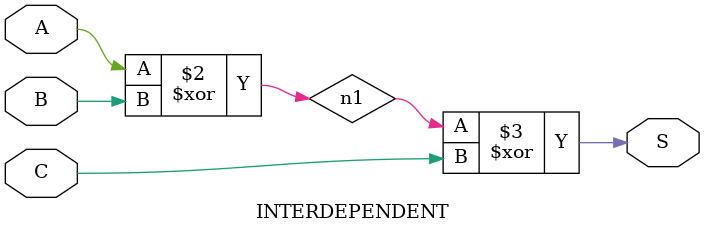
<source format=sv>
module INTERDEPENDENT (
    output reg S,
    input wire A, B, C
);

reg n1;

always @ (A, B, C)
begin
    n1 = A ^ B;
    S = n1 ^ C;
end

endmodule

</source>
